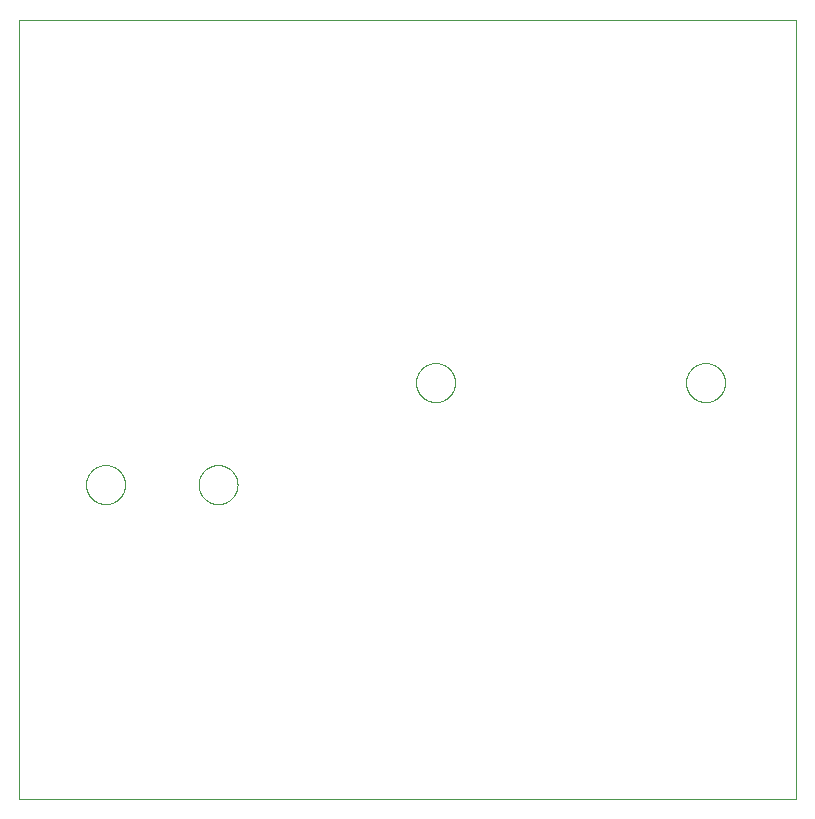
<source format=gbp>
G75*
%MOIN*%
%OFA0B0*%
%FSLAX25Y25*%
%IPPOS*%
%LPD*%
%AMOC8*
5,1,8,0,0,1.08239X$1,22.5*
%
%ADD10C,0.00000*%
D10*
X0003099Y0001839D02*
X0261800Y0001839D01*
X0261800Y0261800D01*
X0003099Y0261800D01*
X0003099Y0001839D01*
X0025300Y0106800D02*
X0025302Y0106961D01*
X0025308Y0107121D01*
X0025318Y0107282D01*
X0025332Y0107442D01*
X0025350Y0107602D01*
X0025371Y0107761D01*
X0025397Y0107920D01*
X0025427Y0108078D01*
X0025460Y0108235D01*
X0025498Y0108392D01*
X0025539Y0108547D01*
X0025584Y0108701D01*
X0025633Y0108854D01*
X0025686Y0109006D01*
X0025742Y0109157D01*
X0025803Y0109306D01*
X0025866Y0109454D01*
X0025934Y0109600D01*
X0026005Y0109744D01*
X0026079Y0109886D01*
X0026157Y0110027D01*
X0026239Y0110165D01*
X0026324Y0110302D01*
X0026412Y0110436D01*
X0026504Y0110568D01*
X0026599Y0110698D01*
X0026697Y0110826D01*
X0026798Y0110951D01*
X0026902Y0111073D01*
X0027009Y0111193D01*
X0027119Y0111310D01*
X0027232Y0111425D01*
X0027348Y0111536D01*
X0027467Y0111645D01*
X0027588Y0111750D01*
X0027712Y0111853D01*
X0027838Y0111953D01*
X0027966Y0112049D01*
X0028097Y0112142D01*
X0028231Y0112232D01*
X0028366Y0112319D01*
X0028504Y0112402D01*
X0028643Y0112482D01*
X0028785Y0112558D01*
X0028928Y0112631D01*
X0029073Y0112700D01*
X0029220Y0112766D01*
X0029368Y0112828D01*
X0029518Y0112886D01*
X0029669Y0112941D01*
X0029822Y0112992D01*
X0029976Y0113039D01*
X0030131Y0113082D01*
X0030287Y0113121D01*
X0030443Y0113157D01*
X0030601Y0113188D01*
X0030759Y0113216D01*
X0030918Y0113240D01*
X0031078Y0113260D01*
X0031238Y0113276D01*
X0031398Y0113288D01*
X0031559Y0113296D01*
X0031720Y0113300D01*
X0031880Y0113300D01*
X0032041Y0113296D01*
X0032202Y0113288D01*
X0032362Y0113276D01*
X0032522Y0113260D01*
X0032682Y0113240D01*
X0032841Y0113216D01*
X0032999Y0113188D01*
X0033157Y0113157D01*
X0033313Y0113121D01*
X0033469Y0113082D01*
X0033624Y0113039D01*
X0033778Y0112992D01*
X0033931Y0112941D01*
X0034082Y0112886D01*
X0034232Y0112828D01*
X0034380Y0112766D01*
X0034527Y0112700D01*
X0034672Y0112631D01*
X0034815Y0112558D01*
X0034957Y0112482D01*
X0035096Y0112402D01*
X0035234Y0112319D01*
X0035369Y0112232D01*
X0035503Y0112142D01*
X0035634Y0112049D01*
X0035762Y0111953D01*
X0035888Y0111853D01*
X0036012Y0111750D01*
X0036133Y0111645D01*
X0036252Y0111536D01*
X0036368Y0111425D01*
X0036481Y0111310D01*
X0036591Y0111193D01*
X0036698Y0111073D01*
X0036802Y0110951D01*
X0036903Y0110826D01*
X0037001Y0110698D01*
X0037096Y0110568D01*
X0037188Y0110436D01*
X0037276Y0110302D01*
X0037361Y0110165D01*
X0037443Y0110027D01*
X0037521Y0109886D01*
X0037595Y0109744D01*
X0037666Y0109600D01*
X0037734Y0109454D01*
X0037797Y0109306D01*
X0037858Y0109157D01*
X0037914Y0109006D01*
X0037967Y0108854D01*
X0038016Y0108701D01*
X0038061Y0108547D01*
X0038102Y0108392D01*
X0038140Y0108235D01*
X0038173Y0108078D01*
X0038203Y0107920D01*
X0038229Y0107761D01*
X0038250Y0107602D01*
X0038268Y0107442D01*
X0038282Y0107282D01*
X0038292Y0107121D01*
X0038298Y0106961D01*
X0038300Y0106800D01*
X0038298Y0106639D01*
X0038292Y0106479D01*
X0038282Y0106318D01*
X0038268Y0106158D01*
X0038250Y0105998D01*
X0038229Y0105839D01*
X0038203Y0105680D01*
X0038173Y0105522D01*
X0038140Y0105365D01*
X0038102Y0105208D01*
X0038061Y0105053D01*
X0038016Y0104899D01*
X0037967Y0104746D01*
X0037914Y0104594D01*
X0037858Y0104443D01*
X0037797Y0104294D01*
X0037734Y0104146D01*
X0037666Y0104000D01*
X0037595Y0103856D01*
X0037521Y0103714D01*
X0037443Y0103573D01*
X0037361Y0103435D01*
X0037276Y0103298D01*
X0037188Y0103164D01*
X0037096Y0103032D01*
X0037001Y0102902D01*
X0036903Y0102774D01*
X0036802Y0102649D01*
X0036698Y0102527D01*
X0036591Y0102407D01*
X0036481Y0102290D01*
X0036368Y0102175D01*
X0036252Y0102064D01*
X0036133Y0101955D01*
X0036012Y0101850D01*
X0035888Y0101747D01*
X0035762Y0101647D01*
X0035634Y0101551D01*
X0035503Y0101458D01*
X0035369Y0101368D01*
X0035234Y0101281D01*
X0035096Y0101198D01*
X0034957Y0101118D01*
X0034815Y0101042D01*
X0034672Y0100969D01*
X0034527Y0100900D01*
X0034380Y0100834D01*
X0034232Y0100772D01*
X0034082Y0100714D01*
X0033931Y0100659D01*
X0033778Y0100608D01*
X0033624Y0100561D01*
X0033469Y0100518D01*
X0033313Y0100479D01*
X0033157Y0100443D01*
X0032999Y0100412D01*
X0032841Y0100384D01*
X0032682Y0100360D01*
X0032522Y0100340D01*
X0032362Y0100324D01*
X0032202Y0100312D01*
X0032041Y0100304D01*
X0031880Y0100300D01*
X0031720Y0100300D01*
X0031559Y0100304D01*
X0031398Y0100312D01*
X0031238Y0100324D01*
X0031078Y0100340D01*
X0030918Y0100360D01*
X0030759Y0100384D01*
X0030601Y0100412D01*
X0030443Y0100443D01*
X0030287Y0100479D01*
X0030131Y0100518D01*
X0029976Y0100561D01*
X0029822Y0100608D01*
X0029669Y0100659D01*
X0029518Y0100714D01*
X0029368Y0100772D01*
X0029220Y0100834D01*
X0029073Y0100900D01*
X0028928Y0100969D01*
X0028785Y0101042D01*
X0028643Y0101118D01*
X0028504Y0101198D01*
X0028366Y0101281D01*
X0028231Y0101368D01*
X0028097Y0101458D01*
X0027966Y0101551D01*
X0027838Y0101647D01*
X0027712Y0101747D01*
X0027588Y0101850D01*
X0027467Y0101955D01*
X0027348Y0102064D01*
X0027232Y0102175D01*
X0027119Y0102290D01*
X0027009Y0102407D01*
X0026902Y0102527D01*
X0026798Y0102649D01*
X0026697Y0102774D01*
X0026599Y0102902D01*
X0026504Y0103032D01*
X0026412Y0103164D01*
X0026324Y0103298D01*
X0026239Y0103435D01*
X0026157Y0103573D01*
X0026079Y0103714D01*
X0026005Y0103856D01*
X0025934Y0104000D01*
X0025866Y0104146D01*
X0025803Y0104294D01*
X0025742Y0104443D01*
X0025686Y0104594D01*
X0025633Y0104746D01*
X0025584Y0104899D01*
X0025539Y0105053D01*
X0025498Y0105208D01*
X0025460Y0105365D01*
X0025427Y0105522D01*
X0025397Y0105680D01*
X0025371Y0105839D01*
X0025350Y0105998D01*
X0025332Y0106158D01*
X0025318Y0106318D01*
X0025308Y0106479D01*
X0025302Y0106639D01*
X0025300Y0106800D01*
X0062800Y0106800D02*
X0062802Y0106961D01*
X0062808Y0107121D01*
X0062818Y0107282D01*
X0062832Y0107442D01*
X0062850Y0107602D01*
X0062871Y0107761D01*
X0062897Y0107920D01*
X0062927Y0108078D01*
X0062960Y0108235D01*
X0062998Y0108392D01*
X0063039Y0108547D01*
X0063084Y0108701D01*
X0063133Y0108854D01*
X0063186Y0109006D01*
X0063242Y0109157D01*
X0063303Y0109306D01*
X0063366Y0109454D01*
X0063434Y0109600D01*
X0063505Y0109744D01*
X0063579Y0109886D01*
X0063657Y0110027D01*
X0063739Y0110165D01*
X0063824Y0110302D01*
X0063912Y0110436D01*
X0064004Y0110568D01*
X0064099Y0110698D01*
X0064197Y0110826D01*
X0064298Y0110951D01*
X0064402Y0111073D01*
X0064509Y0111193D01*
X0064619Y0111310D01*
X0064732Y0111425D01*
X0064848Y0111536D01*
X0064967Y0111645D01*
X0065088Y0111750D01*
X0065212Y0111853D01*
X0065338Y0111953D01*
X0065466Y0112049D01*
X0065597Y0112142D01*
X0065731Y0112232D01*
X0065866Y0112319D01*
X0066004Y0112402D01*
X0066143Y0112482D01*
X0066285Y0112558D01*
X0066428Y0112631D01*
X0066573Y0112700D01*
X0066720Y0112766D01*
X0066868Y0112828D01*
X0067018Y0112886D01*
X0067169Y0112941D01*
X0067322Y0112992D01*
X0067476Y0113039D01*
X0067631Y0113082D01*
X0067787Y0113121D01*
X0067943Y0113157D01*
X0068101Y0113188D01*
X0068259Y0113216D01*
X0068418Y0113240D01*
X0068578Y0113260D01*
X0068738Y0113276D01*
X0068898Y0113288D01*
X0069059Y0113296D01*
X0069220Y0113300D01*
X0069380Y0113300D01*
X0069541Y0113296D01*
X0069702Y0113288D01*
X0069862Y0113276D01*
X0070022Y0113260D01*
X0070182Y0113240D01*
X0070341Y0113216D01*
X0070499Y0113188D01*
X0070657Y0113157D01*
X0070813Y0113121D01*
X0070969Y0113082D01*
X0071124Y0113039D01*
X0071278Y0112992D01*
X0071431Y0112941D01*
X0071582Y0112886D01*
X0071732Y0112828D01*
X0071880Y0112766D01*
X0072027Y0112700D01*
X0072172Y0112631D01*
X0072315Y0112558D01*
X0072457Y0112482D01*
X0072596Y0112402D01*
X0072734Y0112319D01*
X0072869Y0112232D01*
X0073003Y0112142D01*
X0073134Y0112049D01*
X0073262Y0111953D01*
X0073388Y0111853D01*
X0073512Y0111750D01*
X0073633Y0111645D01*
X0073752Y0111536D01*
X0073868Y0111425D01*
X0073981Y0111310D01*
X0074091Y0111193D01*
X0074198Y0111073D01*
X0074302Y0110951D01*
X0074403Y0110826D01*
X0074501Y0110698D01*
X0074596Y0110568D01*
X0074688Y0110436D01*
X0074776Y0110302D01*
X0074861Y0110165D01*
X0074943Y0110027D01*
X0075021Y0109886D01*
X0075095Y0109744D01*
X0075166Y0109600D01*
X0075234Y0109454D01*
X0075297Y0109306D01*
X0075358Y0109157D01*
X0075414Y0109006D01*
X0075467Y0108854D01*
X0075516Y0108701D01*
X0075561Y0108547D01*
X0075602Y0108392D01*
X0075640Y0108235D01*
X0075673Y0108078D01*
X0075703Y0107920D01*
X0075729Y0107761D01*
X0075750Y0107602D01*
X0075768Y0107442D01*
X0075782Y0107282D01*
X0075792Y0107121D01*
X0075798Y0106961D01*
X0075800Y0106800D01*
X0075798Y0106639D01*
X0075792Y0106479D01*
X0075782Y0106318D01*
X0075768Y0106158D01*
X0075750Y0105998D01*
X0075729Y0105839D01*
X0075703Y0105680D01*
X0075673Y0105522D01*
X0075640Y0105365D01*
X0075602Y0105208D01*
X0075561Y0105053D01*
X0075516Y0104899D01*
X0075467Y0104746D01*
X0075414Y0104594D01*
X0075358Y0104443D01*
X0075297Y0104294D01*
X0075234Y0104146D01*
X0075166Y0104000D01*
X0075095Y0103856D01*
X0075021Y0103714D01*
X0074943Y0103573D01*
X0074861Y0103435D01*
X0074776Y0103298D01*
X0074688Y0103164D01*
X0074596Y0103032D01*
X0074501Y0102902D01*
X0074403Y0102774D01*
X0074302Y0102649D01*
X0074198Y0102527D01*
X0074091Y0102407D01*
X0073981Y0102290D01*
X0073868Y0102175D01*
X0073752Y0102064D01*
X0073633Y0101955D01*
X0073512Y0101850D01*
X0073388Y0101747D01*
X0073262Y0101647D01*
X0073134Y0101551D01*
X0073003Y0101458D01*
X0072869Y0101368D01*
X0072734Y0101281D01*
X0072596Y0101198D01*
X0072457Y0101118D01*
X0072315Y0101042D01*
X0072172Y0100969D01*
X0072027Y0100900D01*
X0071880Y0100834D01*
X0071732Y0100772D01*
X0071582Y0100714D01*
X0071431Y0100659D01*
X0071278Y0100608D01*
X0071124Y0100561D01*
X0070969Y0100518D01*
X0070813Y0100479D01*
X0070657Y0100443D01*
X0070499Y0100412D01*
X0070341Y0100384D01*
X0070182Y0100360D01*
X0070022Y0100340D01*
X0069862Y0100324D01*
X0069702Y0100312D01*
X0069541Y0100304D01*
X0069380Y0100300D01*
X0069220Y0100300D01*
X0069059Y0100304D01*
X0068898Y0100312D01*
X0068738Y0100324D01*
X0068578Y0100340D01*
X0068418Y0100360D01*
X0068259Y0100384D01*
X0068101Y0100412D01*
X0067943Y0100443D01*
X0067787Y0100479D01*
X0067631Y0100518D01*
X0067476Y0100561D01*
X0067322Y0100608D01*
X0067169Y0100659D01*
X0067018Y0100714D01*
X0066868Y0100772D01*
X0066720Y0100834D01*
X0066573Y0100900D01*
X0066428Y0100969D01*
X0066285Y0101042D01*
X0066143Y0101118D01*
X0066004Y0101198D01*
X0065866Y0101281D01*
X0065731Y0101368D01*
X0065597Y0101458D01*
X0065466Y0101551D01*
X0065338Y0101647D01*
X0065212Y0101747D01*
X0065088Y0101850D01*
X0064967Y0101955D01*
X0064848Y0102064D01*
X0064732Y0102175D01*
X0064619Y0102290D01*
X0064509Y0102407D01*
X0064402Y0102527D01*
X0064298Y0102649D01*
X0064197Y0102774D01*
X0064099Y0102902D01*
X0064004Y0103032D01*
X0063912Y0103164D01*
X0063824Y0103298D01*
X0063739Y0103435D01*
X0063657Y0103573D01*
X0063579Y0103714D01*
X0063505Y0103856D01*
X0063434Y0104000D01*
X0063366Y0104146D01*
X0063303Y0104294D01*
X0063242Y0104443D01*
X0063186Y0104594D01*
X0063133Y0104746D01*
X0063084Y0104899D01*
X0063039Y0105053D01*
X0062998Y0105208D01*
X0062960Y0105365D01*
X0062927Y0105522D01*
X0062897Y0105680D01*
X0062871Y0105839D01*
X0062850Y0105998D01*
X0062832Y0106158D01*
X0062818Y0106318D01*
X0062808Y0106479D01*
X0062802Y0106639D01*
X0062800Y0106800D01*
X0135300Y0140800D02*
X0135302Y0140961D01*
X0135308Y0141121D01*
X0135318Y0141282D01*
X0135332Y0141442D01*
X0135350Y0141602D01*
X0135371Y0141761D01*
X0135397Y0141920D01*
X0135427Y0142078D01*
X0135460Y0142235D01*
X0135498Y0142392D01*
X0135539Y0142547D01*
X0135584Y0142701D01*
X0135633Y0142854D01*
X0135686Y0143006D01*
X0135742Y0143157D01*
X0135803Y0143306D01*
X0135866Y0143454D01*
X0135934Y0143600D01*
X0136005Y0143744D01*
X0136079Y0143886D01*
X0136157Y0144027D01*
X0136239Y0144165D01*
X0136324Y0144302D01*
X0136412Y0144436D01*
X0136504Y0144568D01*
X0136599Y0144698D01*
X0136697Y0144826D01*
X0136798Y0144951D01*
X0136902Y0145073D01*
X0137009Y0145193D01*
X0137119Y0145310D01*
X0137232Y0145425D01*
X0137348Y0145536D01*
X0137467Y0145645D01*
X0137588Y0145750D01*
X0137712Y0145853D01*
X0137838Y0145953D01*
X0137966Y0146049D01*
X0138097Y0146142D01*
X0138231Y0146232D01*
X0138366Y0146319D01*
X0138504Y0146402D01*
X0138643Y0146482D01*
X0138785Y0146558D01*
X0138928Y0146631D01*
X0139073Y0146700D01*
X0139220Y0146766D01*
X0139368Y0146828D01*
X0139518Y0146886D01*
X0139669Y0146941D01*
X0139822Y0146992D01*
X0139976Y0147039D01*
X0140131Y0147082D01*
X0140287Y0147121D01*
X0140443Y0147157D01*
X0140601Y0147188D01*
X0140759Y0147216D01*
X0140918Y0147240D01*
X0141078Y0147260D01*
X0141238Y0147276D01*
X0141398Y0147288D01*
X0141559Y0147296D01*
X0141720Y0147300D01*
X0141880Y0147300D01*
X0142041Y0147296D01*
X0142202Y0147288D01*
X0142362Y0147276D01*
X0142522Y0147260D01*
X0142682Y0147240D01*
X0142841Y0147216D01*
X0142999Y0147188D01*
X0143157Y0147157D01*
X0143313Y0147121D01*
X0143469Y0147082D01*
X0143624Y0147039D01*
X0143778Y0146992D01*
X0143931Y0146941D01*
X0144082Y0146886D01*
X0144232Y0146828D01*
X0144380Y0146766D01*
X0144527Y0146700D01*
X0144672Y0146631D01*
X0144815Y0146558D01*
X0144957Y0146482D01*
X0145096Y0146402D01*
X0145234Y0146319D01*
X0145369Y0146232D01*
X0145503Y0146142D01*
X0145634Y0146049D01*
X0145762Y0145953D01*
X0145888Y0145853D01*
X0146012Y0145750D01*
X0146133Y0145645D01*
X0146252Y0145536D01*
X0146368Y0145425D01*
X0146481Y0145310D01*
X0146591Y0145193D01*
X0146698Y0145073D01*
X0146802Y0144951D01*
X0146903Y0144826D01*
X0147001Y0144698D01*
X0147096Y0144568D01*
X0147188Y0144436D01*
X0147276Y0144302D01*
X0147361Y0144165D01*
X0147443Y0144027D01*
X0147521Y0143886D01*
X0147595Y0143744D01*
X0147666Y0143600D01*
X0147734Y0143454D01*
X0147797Y0143306D01*
X0147858Y0143157D01*
X0147914Y0143006D01*
X0147967Y0142854D01*
X0148016Y0142701D01*
X0148061Y0142547D01*
X0148102Y0142392D01*
X0148140Y0142235D01*
X0148173Y0142078D01*
X0148203Y0141920D01*
X0148229Y0141761D01*
X0148250Y0141602D01*
X0148268Y0141442D01*
X0148282Y0141282D01*
X0148292Y0141121D01*
X0148298Y0140961D01*
X0148300Y0140800D01*
X0148298Y0140639D01*
X0148292Y0140479D01*
X0148282Y0140318D01*
X0148268Y0140158D01*
X0148250Y0139998D01*
X0148229Y0139839D01*
X0148203Y0139680D01*
X0148173Y0139522D01*
X0148140Y0139365D01*
X0148102Y0139208D01*
X0148061Y0139053D01*
X0148016Y0138899D01*
X0147967Y0138746D01*
X0147914Y0138594D01*
X0147858Y0138443D01*
X0147797Y0138294D01*
X0147734Y0138146D01*
X0147666Y0138000D01*
X0147595Y0137856D01*
X0147521Y0137714D01*
X0147443Y0137573D01*
X0147361Y0137435D01*
X0147276Y0137298D01*
X0147188Y0137164D01*
X0147096Y0137032D01*
X0147001Y0136902D01*
X0146903Y0136774D01*
X0146802Y0136649D01*
X0146698Y0136527D01*
X0146591Y0136407D01*
X0146481Y0136290D01*
X0146368Y0136175D01*
X0146252Y0136064D01*
X0146133Y0135955D01*
X0146012Y0135850D01*
X0145888Y0135747D01*
X0145762Y0135647D01*
X0145634Y0135551D01*
X0145503Y0135458D01*
X0145369Y0135368D01*
X0145234Y0135281D01*
X0145096Y0135198D01*
X0144957Y0135118D01*
X0144815Y0135042D01*
X0144672Y0134969D01*
X0144527Y0134900D01*
X0144380Y0134834D01*
X0144232Y0134772D01*
X0144082Y0134714D01*
X0143931Y0134659D01*
X0143778Y0134608D01*
X0143624Y0134561D01*
X0143469Y0134518D01*
X0143313Y0134479D01*
X0143157Y0134443D01*
X0142999Y0134412D01*
X0142841Y0134384D01*
X0142682Y0134360D01*
X0142522Y0134340D01*
X0142362Y0134324D01*
X0142202Y0134312D01*
X0142041Y0134304D01*
X0141880Y0134300D01*
X0141720Y0134300D01*
X0141559Y0134304D01*
X0141398Y0134312D01*
X0141238Y0134324D01*
X0141078Y0134340D01*
X0140918Y0134360D01*
X0140759Y0134384D01*
X0140601Y0134412D01*
X0140443Y0134443D01*
X0140287Y0134479D01*
X0140131Y0134518D01*
X0139976Y0134561D01*
X0139822Y0134608D01*
X0139669Y0134659D01*
X0139518Y0134714D01*
X0139368Y0134772D01*
X0139220Y0134834D01*
X0139073Y0134900D01*
X0138928Y0134969D01*
X0138785Y0135042D01*
X0138643Y0135118D01*
X0138504Y0135198D01*
X0138366Y0135281D01*
X0138231Y0135368D01*
X0138097Y0135458D01*
X0137966Y0135551D01*
X0137838Y0135647D01*
X0137712Y0135747D01*
X0137588Y0135850D01*
X0137467Y0135955D01*
X0137348Y0136064D01*
X0137232Y0136175D01*
X0137119Y0136290D01*
X0137009Y0136407D01*
X0136902Y0136527D01*
X0136798Y0136649D01*
X0136697Y0136774D01*
X0136599Y0136902D01*
X0136504Y0137032D01*
X0136412Y0137164D01*
X0136324Y0137298D01*
X0136239Y0137435D01*
X0136157Y0137573D01*
X0136079Y0137714D01*
X0136005Y0137856D01*
X0135934Y0138000D01*
X0135866Y0138146D01*
X0135803Y0138294D01*
X0135742Y0138443D01*
X0135686Y0138594D01*
X0135633Y0138746D01*
X0135584Y0138899D01*
X0135539Y0139053D01*
X0135498Y0139208D01*
X0135460Y0139365D01*
X0135427Y0139522D01*
X0135397Y0139680D01*
X0135371Y0139839D01*
X0135350Y0139998D01*
X0135332Y0140158D01*
X0135318Y0140318D01*
X0135308Y0140479D01*
X0135302Y0140639D01*
X0135300Y0140800D01*
X0225300Y0140800D02*
X0225302Y0140961D01*
X0225308Y0141121D01*
X0225318Y0141282D01*
X0225332Y0141442D01*
X0225350Y0141602D01*
X0225371Y0141761D01*
X0225397Y0141920D01*
X0225427Y0142078D01*
X0225460Y0142235D01*
X0225498Y0142392D01*
X0225539Y0142547D01*
X0225584Y0142701D01*
X0225633Y0142854D01*
X0225686Y0143006D01*
X0225742Y0143157D01*
X0225803Y0143306D01*
X0225866Y0143454D01*
X0225934Y0143600D01*
X0226005Y0143744D01*
X0226079Y0143886D01*
X0226157Y0144027D01*
X0226239Y0144165D01*
X0226324Y0144302D01*
X0226412Y0144436D01*
X0226504Y0144568D01*
X0226599Y0144698D01*
X0226697Y0144826D01*
X0226798Y0144951D01*
X0226902Y0145073D01*
X0227009Y0145193D01*
X0227119Y0145310D01*
X0227232Y0145425D01*
X0227348Y0145536D01*
X0227467Y0145645D01*
X0227588Y0145750D01*
X0227712Y0145853D01*
X0227838Y0145953D01*
X0227966Y0146049D01*
X0228097Y0146142D01*
X0228231Y0146232D01*
X0228366Y0146319D01*
X0228504Y0146402D01*
X0228643Y0146482D01*
X0228785Y0146558D01*
X0228928Y0146631D01*
X0229073Y0146700D01*
X0229220Y0146766D01*
X0229368Y0146828D01*
X0229518Y0146886D01*
X0229669Y0146941D01*
X0229822Y0146992D01*
X0229976Y0147039D01*
X0230131Y0147082D01*
X0230287Y0147121D01*
X0230443Y0147157D01*
X0230601Y0147188D01*
X0230759Y0147216D01*
X0230918Y0147240D01*
X0231078Y0147260D01*
X0231238Y0147276D01*
X0231398Y0147288D01*
X0231559Y0147296D01*
X0231720Y0147300D01*
X0231880Y0147300D01*
X0232041Y0147296D01*
X0232202Y0147288D01*
X0232362Y0147276D01*
X0232522Y0147260D01*
X0232682Y0147240D01*
X0232841Y0147216D01*
X0232999Y0147188D01*
X0233157Y0147157D01*
X0233313Y0147121D01*
X0233469Y0147082D01*
X0233624Y0147039D01*
X0233778Y0146992D01*
X0233931Y0146941D01*
X0234082Y0146886D01*
X0234232Y0146828D01*
X0234380Y0146766D01*
X0234527Y0146700D01*
X0234672Y0146631D01*
X0234815Y0146558D01*
X0234957Y0146482D01*
X0235096Y0146402D01*
X0235234Y0146319D01*
X0235369Y0146232D01*
X0235503Y0146142D01*
X0235634Y0146049D01*
X0235762Y0145953D01*
X0235888Y0145853D01*
X0236012Y0145750D01*
X0236133Y0145645D01*
X0236252Y0145536D01*
X0236368Y0145425D01*
X0236481Y0145310D01*
X0236591Y0145193D01*
X0236698Y0145073D01*
X0236802Y0144951D01*
X0236903Y0144826D01*
X0237001Y0144698D01*
X0237096Y0144568D01*
X0237188Y0144436D01*
X0237276Y0144302D01*
X0237361Y0144165D01*
X0237443Y0144027D01*
X0237521Y0143886D01*
X0237595Y0143744D01*
X0237666Y0143600D01*
X0237734Y0143454D01*
X0237797Y0143306D01*
X0237858Y0143157D01*
X0237914Y0143006D01*
X0237967Y0142854D01*
X0238016Y0142701D01*
X0238061Y0142547D01*
X0238102Y0142392D01*
X0238140Y0142235D01*
X0238173Y0142078D01*
X0238203Y0141920D01*
X0238229Y0141761D01*
X0238250Y0141602D01*
X0238268Y0141442D01*
X0238282Y0141282D01*
X0238292Y0141121D01*
X0238298Y0140961D01*
X0238300Y0140800D01*
X0238298Y0140639D01*
X0238292Y0140479D01*
X0238282Y0140318D01*
X0238268Y0140158D01*
X0238250Y0139998D01*
X0238229Y0139839D01*
X0238203Y0139680D01*
X0238173Y0139522D01*
X0238140Y0139365D01*
X0238102Y0139208D01*
X0238061Y0139053D01*
X0238016Y0138899D01*
X0237967Y0138746D01*
X0237914Y0138594D01*
X0237858Y0138443D01*
X0237797Y0138294D01*
X0237734Y0138146D01*
X0237666Y0138000D01*
X0237595Y0137856D01*
X0237521Y0137714D01*
X0237443Y0137573D01*
X0237361Y0137435D01*
X0237276Y0137298D01*
X0237188Y0137164D01*
X0237096Y0137032D01*
X0237001Y0136902D01*
X0236903Y0136774D01*
X0236802Y0136649D01*
X0236698Y0136527D01*
X0236591Y0136407D01*
X0236481Y0136290D01*
X0236368Y0136175D01*
X0236252Y0136064D01*
X0236133Y0135955D01*
X0236012Y0135850D01*
X0235888Y0135747D01*
X0235762Y0135647D01*
X0235634Y0135551D01*
X0235503Y0135458D01*
X0235369Y0135368D01*
X0235234Y0135281D01*
X0235096Y0135198D01*
X0234957Y0135118D01*
X0234815Y0135042D01*
X0234672Y0134969D01*
X0234527Y0134900D01*
X0234380Y0134834D01*
X0234232Y0134772D01*
X0234082Y0134714D01*
X0233931Y0134659D01*
X0233778Y0134608D01*
X0233624Y0134561D01*
X0233469Y0134518D01*
X0233313Y0134479D01*
X0233157Y0134443D01*
X0232999Y0134412D01*
X0232841Y0134384D01*
X0232682Y0134360D01*
X0232522Y0134340D01*
X0232362Y0134324D01*
X0232202Y0134312D01*
X0232041Y0134304D01*
X0231880Y0134300D01*
X0231720Y0134300D01*
X0231559Y0134304D01*
X0231398Y0134312D01*
X0231238Y0134324D01*
X0231078Y0134340D01*
X0230918Y0134360D01*
X0230759Y0134384D01*
X0230601Y0134412D01*
X0230443Y0134443D01*
X0230287Y0134479D01*
X0230131Y0134518D01*
X0229976Y0134561D01*
X0229822Y0134608D01*
X0229669Y0134659D01*
X0229518Y0134714D01*
X0229368Y0134772D01*
X0229220Y0134834D01*
X0229073Y0134900D01*
X0228928Y0134969D01*
X0228785Y0135042D01*
X0228643Y0135118D01*
X0228504Y0135198D01*
X0228366Y0135281D01*
X0228231Y0135368D01*
X0228097Y0135458D01*
X0227966Y0135551D01*
X0227838Y0135647D01*
X0227712Y0135747D01*
X0227588Y0135850D01*
X0227467Y0135955D01*
X0227348Y0136064D01*
X0227232Y0136175D01*
X0227119Y0136290D01*
X0227009Y0136407D01*
X0226902Y0136527D01*
X0226798Y0136649D01*
X0226697Y0136774D01*
X0226599Y0136902D01*
X0226504Y0137032D01*
X0226412Y0137164D01*
X0226324Y0137298D01*
X0226239Y0137435D01*
X0226157Y0137573D01*
X0226079Y0137714D01*
X0226005Y0137856D01*
X0225934Y0138000D01*
X0225866Y0138146D01*
X0225803Y0138294D01*
X0225742Y0138443D01*
X0225686Y0138594D01*
X0225633Y0138746D01*
X0225584Y0138899D01*
X0225539Y0139053D01*
X0225498Y0139208D01*
X0225460Y0139365D01*
X0225427Y0139522D01*
X0225397Y0139680D01*
X0225371Y0139839D01*
X0225350Y0139998D01*
X0225332Y0140158D01*
X0225318Y0140318D01*
X0225308Y0140479D01*
X0225302Y0140639D01*
X0225300Y0140800D01*
M02*

</source>
